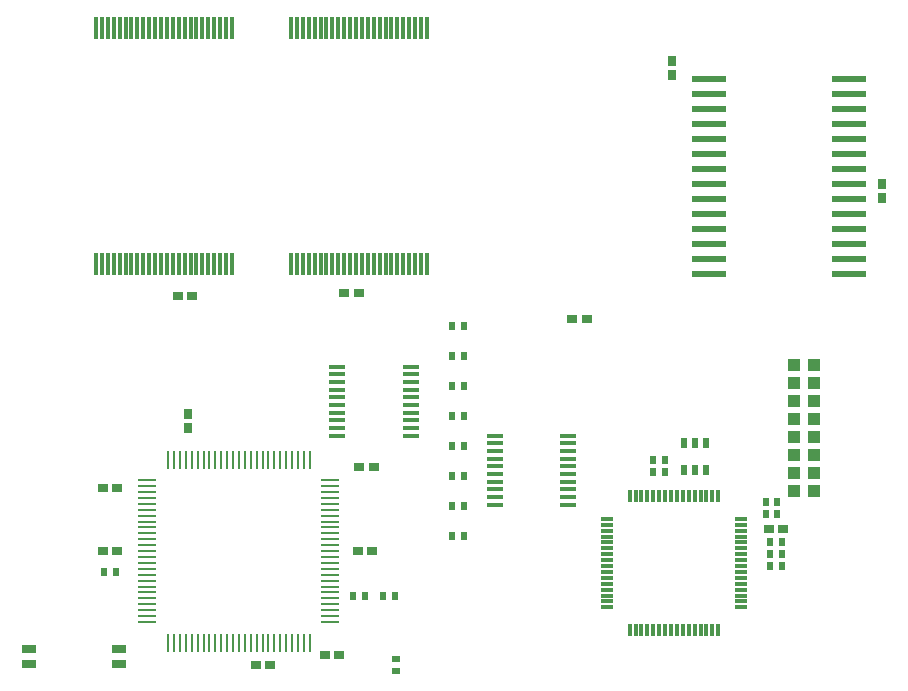
<source format=gbr>
G04 EAGLE Gerber RS-274X export*
G75*
%MOMM*%
%FSLAX34Y34*%
%LPD*%
%INSolderpaste Bottom*%
%IPPOS*%
%AMOC8*
5,1,8,0,0,1.08239X$1,22.5*%
G01*
%ADD10R,0.270000X1.500000*%
%ADD11R,1.500000X0.270000*%
%ADD12R,1.000000X0.300000*%
%ADD13R,0.300000X1.000000*%
%ADD14R,3.000000X0.600000*%
%ADD15R,0.300000X1.900000*%
%ADD16R,1.400000X0.300000*%
%ADD17R,0.600000X0.700000*%
%ADD18R,0.600000X0.900000*%
%ADD19R,0.925000X0.740000*%
%ADD20R,0.740000X0.925000*%
%ADD21R,1.000000X1.100000*%
%ADD22R,1.270000X0.760000*%
%ADD23R,0.700000X0.600000*%


D10*
X244800Y36800D03*
X249800Y36800D03*
X254800Y36800D03*
X259800Y36800D03*
X264800Y36800D03*
X269800Y36800D03*
X274800Y36800D03*
X279800Y36800D03*
X284800Y36800D03*
X289800Y36800D03*
X294800Y36800D03*
X299800Y36800D03*
X304800Y36800D03*
X309800Y36800D03*
X314800Y36800D03*
X319800Y36800D03*
X324800Y36800D03*
X329800Y36800D03*
X334800Y36800D03*
X339800Y36800D03*
X344800Y36800D03*
X349800Y36800D03*
X354800Y36800D03*
X359800Y36800D03*
X364800Y36800D03*
X244800Y191800D03*
X249800Y191800D03*
X254800Y191800D03*
X259800Y191800D03*
X264800Y191800D03*
X269800Y191800D03*
X274800Y191800D03*
X279800Y191800D03*
X284800Y191800D03*
X289800Y191800D03*
X294800Y191800D03*
X299800Y191800D03*
X304800Y191800D03*
X309800Y191800D03*
X314800Y191800D03*
X319800Y191800D03*
X324800Y191800D03*
X329800Y191800D03*
X334800Y191800D03*
X339800Y191800D03*
X344800Y191800D03*
X349800Y191800D03*
X354800Y191800D03*
X359800Y191800D03*
X364800Y191800D03*
D11*
X382300Y174300D03*
X382300Y169300D03*
X382300Y164300D03*
X382300Y159300D03*
X382300Y154300D03*
X382300Y149300D03*
X382300Y144300D03*
X382300Y139300D03*
X382300Y134300D03*
X382300Y129300D03*
X382300Y124300D03*
X382300Y119300D03*
X382300Y114300D03*
X382300Y109300D03*
X382300Y104300D03*
X382300Y99300D03*
X382300Y94300D03*
X382300Y89300D03*
X382300Y84300D03*
X382300Y79300D03*
X382300Y74300D03*
X382300Y69300D03*
X382300Y64300D03*
X382300Y59300D03*
X382300Y54300D03*
X227300Y54300D03*
X227300Y59300D03*
X227300Y64300D03*
X227300Y69300D03*
X227300Y74300D03*
X227300Y79300D03*
X227300Y84300D03*
X227300Y89300D03*
X227300Y94300D03*
X227300Y99300D03*
X227300Y104300D03*
X227300Y109300D03*
X227300Y114300D03*
X227300Y119300D03*
X227300Y124300D03*
X227300Y129300D03*
X227300Y134300D03*
X227300Y139300D03*
X227300Y144300D03*
X227300Y149300D03*
X227300Y154300D03*
X227300Y159300D03*
X227300Y164300D03*
X227300Y169300D03*
X227300Y174300D03*
D12*
X730100Y141640D03*
X730100Y136640D03*
X730100Y131640D03*
X730100Y126640D03*
X730100Y121640D03*
X730100Y116640D03*
X730100Y111640D03*
X730100Y106640D03*
X730100Y101640D03*
X730100Y96640D03*
X730100Y91640D03*
X730100Y86640D03*
X730100Y81640D03*
X730100Y76640D03*
X730100Y71640D03*
X730100Y66640D03*
D13*
X710600Y47140D03*
X705600Y47140D03*
X700600Y47140D03*
X695600Y47140D03*
X690600Y47140D03*
X685600Y47140D03*
X680600Y47140D03*
X675600Y47140D03*
X670600Y47140D03*
X665600Y47140D03*
X660600Y47140D03*
X655600Y47140D03*
X650600Y47140D03*
X645600Y47140D03*
X640600Y47140D03*
X635600Y47140D03*
D12*
X616100Y66640D03*
X616100Y71640D03*
X616100Y76640D03*
X616100Y81640D03*
X616100Y86640D03*
X616100Y91640D03*
X616100Y96640D03*
X616100Y101640D03*
X616100Y106640D03*
X616100Y111640D03*
X616100Y116640D03*
X616100Y121640D03*
X616100Y126640D03*
X616100Y131640D03*
X616100Y136640D03*
X616100Y141640D03*
D13*
X635600Y161140D03*
X640600Y161140D03*
X645600Y161140D03*
X650600Y161140D03*
X655600Y161140D03*
X660600Y161140D03*
X665600Y161140D03*
X670600Y161140D03*
X675600Y161140D03*
X680600Y161140D03*
X685600Y161140D03*
X690600Y161140D03*
X695600Y161140D03*
X700600Y161140D03*
X705600Y161140D03*
X710600Y161140D03*
D14*
X821000Y514350D03*
X821000Y501650D03*
X821000Y488950D03*
X821000Y476250D03*
X821000Y463550D03*
X821000Y450850D03*
X821000Y438150D03*
X821000Y425450D03*
X821000Y412750D03*
X821000Y400050D03*
X821000Y387350D03*
X821000Y374650D03*
X821000Y361950D03*
X821000Y349250D03*
X703000Y349250D03*
X703000Y361950D03*
X703000Y374650D03*
X703000Y387350D03*
X703000Y400050D03*
X703000Y412750D03*
X703000Y425450D03*
X703000Y438150D03*
X703000Y450850D03*
X703000Y463550D03*
X703000Y476250D03*
X703000Y488950D03*
X703000Y501650D03*
X703000Y514350D03*
D15*
X183800Y557450D03*
X188800Y557450D03*
X193800Y557450D03*
X198800Y557450D03*
X203800Y557450D03*
X208800Y557450D03*
X213800Y557450D03*
X218800Y557450D03*
X223800Y557450D03*
X228800Y557450D03*
X233800Y557450D03*
X238800Y557450D03*
X243800Y557450D03*
X248800Y557450D03*
X253800Y557450D03*
X258800Y557450D03*
X263800Y557450D03*
X268800Y557450D03*
X273800Y557450D03*
X278800Y557450D03*
X283800Y557450D03*
X288800Y557450D03*
X293800Y557450D03*
X298800Y557450D03*
X298800Y356950D03*
X293800Y356950D03*
X288800Y356950D03*
X283800Y356950D03*
X278800Y356950D03*
X273800Y356950D03*
X268800Y356950D03*
X263800Y356950D03*
X258800Y356950D03*
X253800Y356950D03*
X248800Y356950D03*
X243800Y356950D03*
X238800Y356950D03*
X233800Y356950D03*
X228800Y356950D03*
X223800Y356950D03*
X218800Y356950D03*
X213800Y356950D03*
X208800Y356950D03*
X203800Y356950D03*
X198800Y356950D03*
X193800Y356950D03*
X188800Y356950D03*
X183800Y356950D03*
X348900Y557450D03*
X353900Y557450D03*
X358900Y557450D03*
X363900Y557450D03*
X368900Y557450D03*
X373900Y557450D03*
X378900Y557450D03*
X383900Y557450D03*
X388900Y557450D03*
X393900Y557450D03*
X398900Y557450D03*
X403900Y557450D03*
X408900Y557450D03*
X413900Y557450D03*
X418900Y557450D03*
X423900Y557450D03*
X428900Y557450D03*
X433900Y557450D03*
X438900Y557450D03*
X443900Y557450D03*
X448900Y557450D03*
X453900Y557450D03*
X458900Y557450D03*
X463900Y557450D03*
X463900Y356950D03*
X458900Y356950D03*
X453900Y356950D03*
X448900Y356950D03*
X443900Y356950D03*
X438900Y356950D03*
X433900Y356950D03*
X428900Y356950D03*
X423900Y356950D03*
X418900Y356950D03*
X413900Y356950D03*
X408900Y356950D03*
X403900Y356950D03*
X398900Y356950D03*
X393900Y356950D03*
X388900Y356950D03*
X383900Y356950D03*
X378900Y356950D03*
X373900Y356950D03*
X368900Y356950D03*
X363900Y356950D03*
X358900Y356950D03*
X353900Y356950D03*
X348900Y356950D03*
D16*
X521450Y153630D03*
X521450Y160130D03*
X521450Y166630D03*
X521450Y173130D03*
X521450Y179630D03*
X521450Y186130D03*
X521450Y192630D03*
X521450Y199130D03*
X521450Y205630D03*
X521450Y212130D03*
X583450Y212130D03*
X583450Y205630D03*
X583450Y199130D03*
X583450Y192630D03*
X583450Y186130D03*
X583450Y179630D03*
X583450Y173130D03*
X583450Y166630D03*
X583450Y160130D03*
X583450Y153630D03*
D17*
X200580Y96520D03*
X190580Y96520D03*
X485220Y127000D03*
X495220Y127000D03*
X485220Y152400D03*
X495220Y152400D03*
X485220Y177800D03*
X495220Y177800D03*
X485220Y203200D03*
X495220Y203200D03*
X485220Y228600D03*
X495220Y228600D03*
X485220Y254000D03*
X495220Y254000D03*
X485220Y279400D03*
X495220Y279400D03*
X485220Y304800D03*
X495220Y304800D03*
D18*
X681380Y205810D03*
X690880Y205810D03*
X700380Y205810D03*
X700380Y182810D03*
X690880Y182810D03*
X681380Y182810D03*
D17*
X665400Y191770D03*
X655400Y191770D03*
X665400Y181610D03*
X655400Y181610D03*
X764460Y111760D03*
X754460Y111760D03*
X764460Y101600D03*
X754460Y101600D03*
X764460Y121920D03*
X754460Y121920D03*
D19*
X201580Y114300D03*
X189580Y114300D03*
X201580Y167640D03*
X189580Y167640D03*
D20*
X261620Y218790D03*
X261620Y230790D03*
D19*
X406750Y185420D03*
X418750Y185420D03*
X405480Y114300D03*
X417480Y114300D03*
X377540Y26670D03*
X389540Y26670D03*
X331120Y17780D03*
X319120Y17780D03*
X253080Y330200D03*
X265080Y330200D03*
X406050Y332740D03*
X394050Y332740D03*
X599090Y311150D03*
X587090Y311150D03*
X753460Y133350D03*
X765460Y133350D03*
D17*
X750650Y146050D03*
X760650Y146050D03*
X760650Y156210D03*
X750650Y156210D03*
D20*
X671830Y517240D03*
X671830Y529240D03*
X849630Y413100D03*
X849630Y425100D03*
D21*
X792090Y271780D03*
X775090Y271780D03*
X792090Y256540D03*
X775090Y256540D03*
X792090Y241300D03*
X775090Y241300D03*
X792090Y226060D03*
X775090Y226060D03*
X792090Y210820D03*
X775090Y210820D03*
X792090Y195580D03*
X775090Y195580D03*
X792090Y180340D03*
X775090Y180340D03*
X792090Y165100D03*
X775090Y165100D03*
D22*
X127150Y19050D03*
X127150Y31750D03*
X203050Y31750D03*
X203050Y19050D03*
D16*
X450100Y270550D03*
X450100Y264050D03*
X450100Y257550D03*
X450100Y251050D03*
X450100Y244550D03*
X450100Y238050D03*
X450100Y231550D03*
X450100Y225050D03*
X450100Y218550D03*
X450100Y212050D03*
X388100Y212050D03*
X388100Y218550D03*
X388100Y225050D03*
X388100Y231550D03*
X388100Y238050D03*
X388100Y244550D03*
X388100Y251050D03*
X388100Y257550D03*
X388100Y264050D03*
X388100Y270550D03*
D23*
X438150Y22780D03*
X438150Y12780D03*
D17*
X436800Y76200D03*
X426800Y76200D03*
X401400Y76200D03*
X411400Y76200D03*
M02*

</source>
